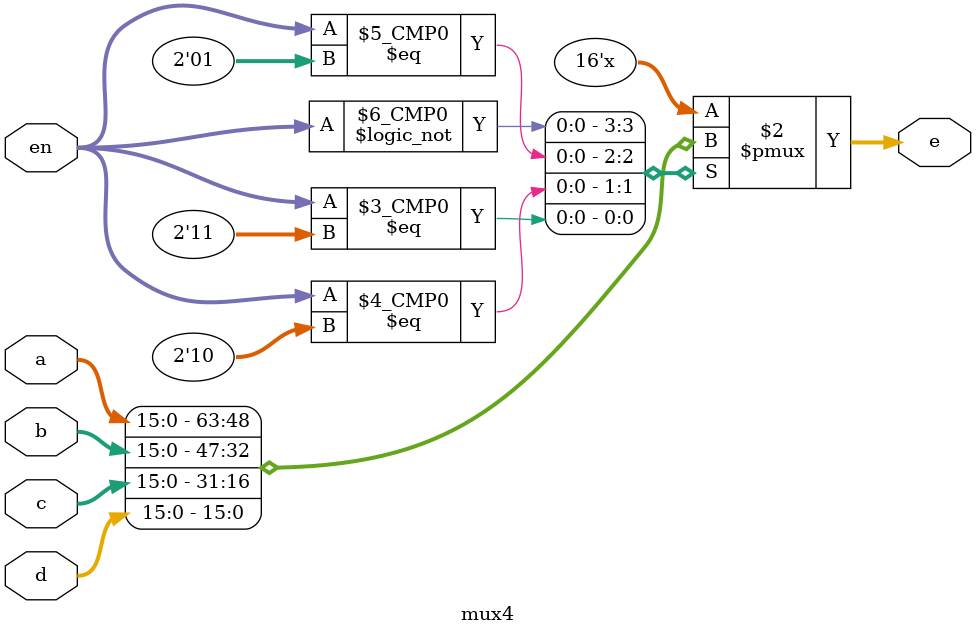
<source format=sv>
module mux4
  #(parameter width = 16)
   ( input logic [width-1:0] a, b, c, d,
     input logic [1:0] en,
     output logic [width-1:0] e );

   always_comb begin
      case(en)
        0:
          e <= a;
        1:
          e <= b;
        2:
          e <= c;
        3:
          e <= d;
      endcase // case (en)
   end
endmodule


</source>
